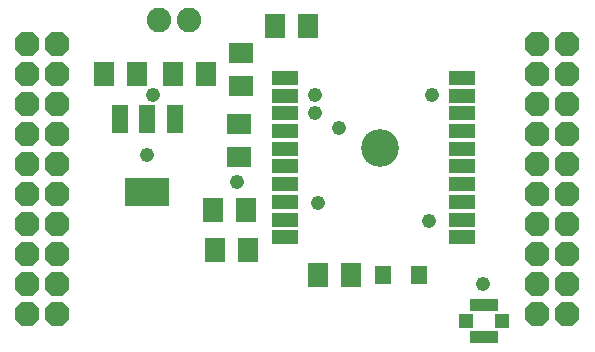
<source format=gts>
G75*
%MOIN*%
%OFA0B0*%
%FSLAX24Y24*%
%IPPOS*%
%LPD*%
%AMOC8*
5,1,8,0,0,1.08239X$1,22.5*
%
%ADD10R,0.0867X0.0474*%
%ADD11C,0.1261*%
%ADD12R,0.0710X0.0789*%
%ADD13R,0.0789X0.0710*%
%ADD14R,0.0552X0.0631*%
%ADD15OC8,0.0820*%
%ADD16R,0.0946X0.0415*%
%ADD17R,0.0493X0.0474*%
%ADD18C,0.0820*%
%ADD19R,0.0560X0.0960*%
%ADD20R,0.1497X0.0946*%
%ADD21C,0.0476*%
D10*
X014467Y009543D03*
X014467Y010133D03*
X014467Y010724D03*
X014467Y011314D03*
X014467Y011905D03*
X014467Y012495D03*
X014467Y013086D03*
X014467Y013676D03*
X014467Y014267D03*
X014467Y014857D03*
X020373Y014857D03*
X020373Y014267D03*
X020373Y013676D03*
X020373Y013086D03*
X020373Y012495D03*
X020373Y011905D03*
X020373Y011314D03*
X020373Y010724D03*
X020373Y010133D03*
X020373Y009543D03*
D11*
X017617Y012535D03*
D12*
X013161Y010450D03*
X012059Y010450D03*
X012129Y009130D03*
X013231Y009130D03*
X015549Y008280D03*
X016651Y008280D03*
X011831Y014980D03*
X010729Y014980D03*
X009531Y014980D03*
X008429Y014980D03*
X014139Y016600D03*
X015241Y016600D03*
D13*
X012990Y015701D03*
X012990Y014599D03*
X012920Y013311D03*
X012920Y012209D03*
D14*
X017739Y008280D03*
X018921Y008280D03*
D15*
X005880Y006980D03*
X006880Y006980D03*
X006880Y007980D03*
X005880Y007980D03*
X005880Y008980D03*
X006880Y008980D03*
X006880Y009980D03*
X005880Y009980D03*
X005880Y010980D03*
X006880Y010980D03*
X006880Y011980D03*
X005880Y011980D03*
X005880Y012980D03*
X006880Y012980D03*
X006880Y013980D03*
X005880Y013980D03*
X005880Y014980D03*
X006880Y014980D03*
X006880Y015980D03*
X005880Y015980D03*
X022880Y016000D03*
X023880Y016000D03*
X023880Y015000D03*
X022880Y015000D03*
X022880Y014000D03*
X023880Y014000D03*
X023880Y013000D03*
X022880Y013000D03*
X022880Y012000D03*
X023880Y012000D03*
X023880Y011000D03*
X022880Y011000D03*
X022880Y010000D03*
X023880Y010000D03*
X023880Y009000D03*
X022880Y009000D03*
X022880Y008000D03*
X023880Y008000D03*
X023880Y007000D03*
X022880Y007000D03*
D16*
X021110Y007291D03*
X021110Y006209D03*
D17*
X020510Y006750D03*
X021710Y006750D03*
D18*
X011280Y016780D03*
X010280Y016780D03*
D19*
X009880Y013500D03*
X008970Y013500D03*
X010790Y013500D03*
D20*
X009880Y011060D03*
D21*
X009880Y012280D03*
X010080Y014280D03*
X012880Y011380D03*
X015580Y010680D03*
X016280Y013180D03*
X015480Y013680D03*
X015480Y014280D03*
X019380Y014280D03*
X019280Y010080D03*
X021080Y007980D03*
M02*

</source>
